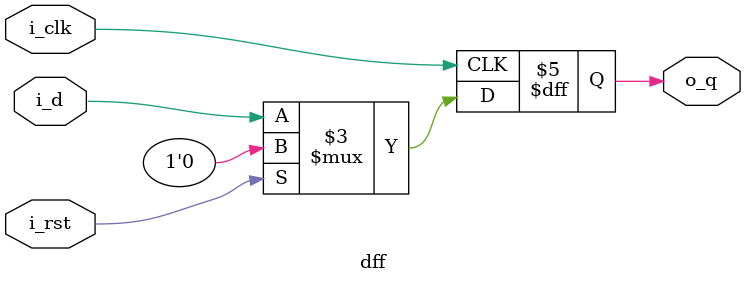
<source format=v>
`default_nettype none
module dff (
    input  wire i_clk, // Global clock
    input  wire i_rst, // Synchronous active-high reset
    input  wire i_d,
    output reg  o_q
);
    always @(posedge i_clk) begin
        if (i_rst) begin
            o_q <= 1'b0;
        end else begin
            o_q <= i_d;
        end
    end
endmodule
`default_nettype wire
</source>
